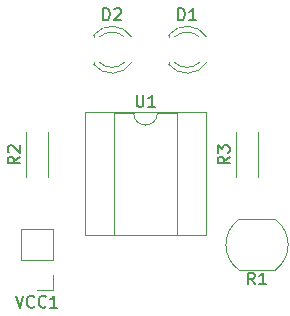
<source format=gbr>
%TF.GenerationSoftware,KiCad,Pcbnew,(5.1.9)-1*%
%TF.CreationDate,2021-03-23T19:31:55+05:30*%
%TF.ProjectId,automatic traffic signal,6175746f-6d61-4746-9963-207472616666,rev?*%
%TF.SameCoordinates,Original*%
%TF.FileFunction,Legend,Top*%
%TF.FilePolarity,Positive*%
%FSLAX46Y46*%
G04 Gerber Fmt 4.6, Leading zero omitted, Abs format (unit mm)*
G04 Created by KiCad (PCBNEW (5.1.9)-1) date 2021-03-23 19:31:55*
%MOMM*%
%LPD*%
G01*
G04 APERTURE LIST*
%ADD10C,0.120000*%
%ADD11C,0.150000*%
G04 APERTURE END LIST*
D10*
%TO.C,VCC1*%
X125790000Y-88840000D02*
X123130000Y-88840000D01*
X125790000Y-91440000D02*
X125790000Y-88840000D01*
X123130000Y-91440000D02*
X123130000Y-88840000D01*
X125790000Y-91440000D02*
X123130000Y-91440000D01*
X125790000Y-92710000D02*
X125790000Y-94040000D01*
X125790000Y-94040000D02*
X124460000Y-94040000D01*
%TO.C,U1*%
X132655001Y-79035001D02*
X131005001Y-79035001D01*
X131005001Y-79035001D02*
X131005001Y-89315001D01*
X131005001Y-89315001D02*
X136305001Y-89315001D01*
X136305001Y-89315001D02*
X136305001Y-79035001D01*
X136305001Y-79035001D02*
X134655001Y-79035001D01*
X128515001Y-78975001D02*
X128515001Y-89375001D01*
X128515001Y-89375001D02*
X138795001Y-89375001D01*
X138795001Y-89375001D02*
X138795001Y-78975001D01*
X138795001Y-78975001D02*
X128515001Y-78975001D01*
X134655001Y-79035001D02*
G75*
G02*
X132655001Y-79035001I-1000000J0D01*
G01*
%TO.C,R3*%
X141320000Y-84470000D02*
X141320000Y-80630000D01*
X143160000Y-84470000D02*
X143160000Y-80630000D01*
%TO.C,R2*%
X123540000Y-84470000D02*
X123540000Y-80630000D01*
X125380000Y-84470000D02*
X125380000Y-80630000D01*
%TO.C,R1*%
X144630000Y-88020000D02*
X141580000Y-88020000D01*
X144630000Y-92320000D02*
X141580000Y-92320000D01*
X141535487Y-88051751D02*
G75*
G03*
X141580000Y-92320000I1544513J-2118249D01*
G01*
X144608234Y-92335526D02*
G75*
G03*
X144630000Y-88020000I-1528234J2165526D01*
G01*
%TO.C,D2*%
X129250000Y-72424000D02*
X129250000Y-72580000D01*
X129250000Y-74740000D02*
X129250000Y-74896000D01*
X131851130Y-74739837D02*
G75*
G02*
X129769039Y-74740000I-1041130J1079837D01*
G01*
X131851130Y-72580163D02*
G75*
G03*
X129769039Y-72580000I-1041130J-1079837D01*
G01*
X132482335Y-74738608D02*
G75*
G02*
X129250000Y-74895516I-1672335J1078608D01*
G01*
X132482335Y-72581392D02*
G75*
G03*
X129250000Y-72424484I-1672335J-1078608D01*
G01*
%TO.C,D1*%
X135600000Y-72424000D02*
X135600000Y-72580000D01*
X135600000Y-74740000D02*
X135600000Y-74896000D01*
X138201130Y-74739837D02*
G75*
G02*
X136119039Y-74740000I-1041130J1079837D01*
G01*
X138201130Y-72580163D02*
G75*
G03*
X136119039Y-72580000I-1041130J-1079837D01*
G01*
X138832335Y-74738608D02*
G75*
G02*
X135600000Y-74895516I-1672335J1078608D01*
G01*
X138832335Y-72581392D02*
G75*
G03*
X135600000Y-72424484I-1672335J-1078608D01*
G01*
%TO.C,VCC1*%
D11*
X122650476Y-94492380D02*
X122983809Y-95492380D01*
X123317142Y-94492380D01*
X124221904Y-95397142D02*
X124174285Y-95444761D01*
X124031428Y-95492380D01*
X123936190Y-95492380D01*
X123793333Y-95444761D01*
X123698095Y-95349523D01*
X123650476Y-95254285D01*
X123602857Y-95063809D01*
X123602857Y-94920952D01*
X123650476Y-94730476D01*
X123698095Y-94635238D01*
X123793333Y-94540000D01*
X123936190Y-94492380D01*
X124031428Y-94492380D01*
X124174285Y-94540000D01*
X124221904Y-94587619D01*
X125221904Y-95397142D02*
X125174285Y-95444761D01*
X125031428Y-95492380D01*
X124936190Y-95492380D01*
X124793333Y-95444761D01*
X124698095Y-95349523D01*
X124650476Y-95254285D01*
X124602857Y-95063809D01*
X124602857Y-94920952D01*
X124650476Y-94730476D01*
X124698095Y-94635238D01*
X124793333Y-94540000D01*
X124936190Y-94492380D01*
X125031428Y-94492380D01*
X125174285Y-94540000D01*
X125221904Y-94587619D01*
X126174285Y-95492380D02*
X125602857Y-95492380D01*
X125888571Y-95492380D02*
X125888571Y-94492380D01*
X125793333Y-94635238D01*
X125698095Y-94730476D01*
X125602857Y-94778095D01*
%TO.C,U1*%
X132893096Y-77487381D02*
X132893096Y-78296905D01*
X132940715Y-78392143D01*
X132988334Y-78439762D01*
X133083572Y-78487381D01*
X133274048Y-78487381D01*
X133369286Y-78439762D01*
X133416905Y-78392143D01*
X133464524Y-78296905D01*
X133464524Y-77487381D01*
X134464524Y-78487381D02*
X133893096Y-78487381D01*
X134178810Y-78487381D02*
X134178810Y-77487381D01*
X134083572Y-77630239D01*
X133988334Y-77725477D01*
X133893096Y-77773096D01*
%TO.C,R3*%
X140772380Y-82716666D02*
X140296190Y-83050000D01*
X140772380Y-83288095D02*
X139772380Y-83288095D01*
X139772380Y-82907142D01*
X139820000Y-82811904D01*
X139867619Y-82764285D01*
X139962857Y-82716666D01*
X140105714Y-82716666D01*
X140200952Y-82764285D01*
X140248571Y-82811904D01*
X140296190Y-82907142D01*
X140296190Y-83288095D01*
X139772380Y-82383333D02*
X139772380Y-81764285D01*
X140153333Y-82097619D01*
X140153333Y-81954761D01*
X140200952Y-81859523D01*
X140248571Y-81811904D01*
X140343809Y-81764285D01*
X140581904Y-81764285D01*
X140677142Y-81811904D01*
X140724761Y-81859523D01*
X140772380Y-81954761D01*
X140772380Y-82240476D01*
X140724761Y-82335714D01*
X140677142Y-82383333D01*
%TO.C,R2*%
X122992380Y-82716666D02*
X122516190Y-83050000D01*
X122992380Y-83288095D02*
X121992380Y-83288095D01*
X121992380Y-82907142D01*
X122040000Y-82811904D01*
X122087619Y-82764285D01*
X122182857Y-82716666D01*
X122325714Y-82716666D01*
X122420952Y-82764285D01*
X122468571Y-82811904D01*
X122516190Y-82907142D01*
X122516190Y-83288095D01*
X122087619Y-82335714D02*
X122040000Y-82288095D01*
X121992380Y-82192857D01*
X121992380Y-81954761D01*
X122040000Y-81859523D01*
X122087619Y-81811904D01*
X122182857Y-81764285D01*
X122278095Y-81764285D01*
X122420952Y-81811904D01*
X122992380Y-82383333D01*
X122992380Y-81764285D01*
%TO.C,R1*%
X142913333Y-93522380D02*
X142580000Y-93046190D01*
X142341904Y-93522380D02*
X142341904Y-92522380D01*
X142722857Y-92522380D01*
X142818095Y-92570000D01*
X142865714Y-92617619D01*
X142913333Y-92712857D01*
X142913333Y-92855714D01*
X142865714Y-92950952D01*
X142818095Y-92998571D01*
X142722857Y-93046190D01*
X142341904Y-93046190D01*
X143865714Y-93522380D02*
X143294285Y-93522380D01*
X143580000Y-93522380D02*
X143580000Y-92522380D01*
X143484761Y-92665238D01*
X143389523Y-92760476D01*
X143294285Y-92808095D01*
%TO.C,D2*%
X130071904Y-71152380D02*
X130071904Y-70152380D01*
X130310000Y-70152380D01*
X130452857Y-70200000D01*
X130548095Y-70295238D01*
X130595714Y-70390476D01*
X130643333Y-70580952D01*
X130643333Y-70723809D01*
X130595714Y-70914285D01*
X130548095Y-71009523D01*
X130452857Y-71104761D01*
X130310000Y-71152380D01*
X130071904Y-71152380D01*
X131024285Y-70247619D02*
X131071904Y-70200000D01*
X131167142Y-70152380D01*
X131405238Y-70152380D01*
X131500476Y-70200000D01*
X131548095Y-70247619D01*
X131595714Y-70342857D01*
X131595714Y-70438095D01*
X131548095Y-70580952D01*
X130976666Y-71152380D01*
X131595714Y-71152380D01*
%TO.C,D1*%
X136421904Y-71152380D02*
X136421904Y-70152380D01*
X136660000Y-70152380D01*
X136802857Y-70200000D01*
X136898095Y-70295238D01*
X136945714Y-70390476D01*
X136993333Y-70580952D01*
X136993333Y-70723809D01*
X136945714Y-70914285D01*
X136898095Y-71009523D01*
X136802857Y-71104761D01*
X136660000Y-71152380D01*
X136421904Y-71152380D01*
X137945714Y-71152380D02*
X137374285Y-71152380D01*
X137660000Y-71152380D02*
X137660000Y-70152380D01*
X137564761Y-70295238D01*
X137469523Y-70390476D01*
X137374285Y-70438095D01*
%TD*%
M02*

</source>
